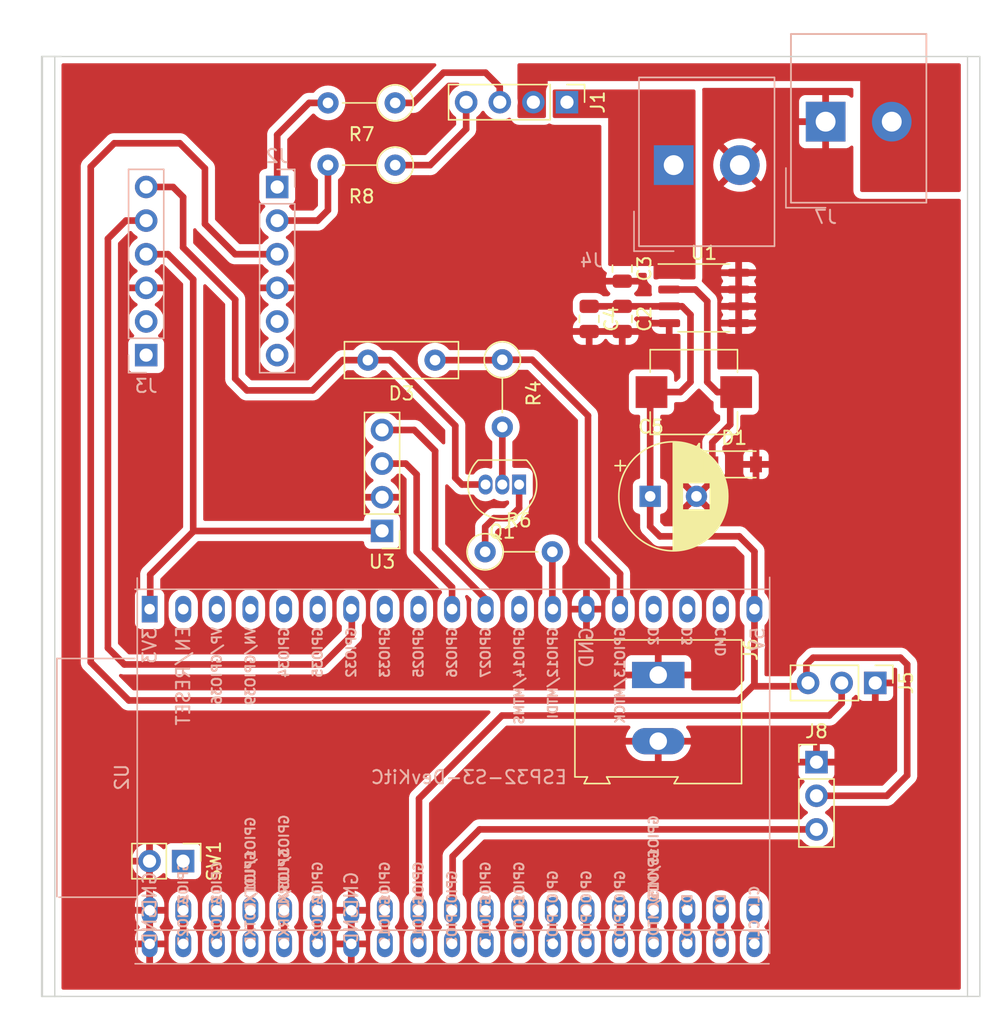
<source format=kicad_pcb>
(kicad_pcb (version 20211014) (generator pcbnew)
  (layers (0 "F.Cu" signal) (31 "B.Cu" signal) (34 "B.Paste" user) (35 "F.Paste" user) (36 "B.SilkS" user "B.Silkscreen") (37 "F.SilkS" user "F.Silkscreen") (38 "B.Mask" user) (39 "F.Mask" user) (44 "Edge.Cuts" user))
  (net 0 "")
  (net 1 "VBUS")
  (net 2 "GND")
  (net 3 "5V")
  (net 4 "Net-(D1-Pad1)")
  (net 5 "GDA_L")
  (net 6 "Rx")
  (net 7 "Tx")
  (net 8 "3V3")
  (net 14 "LV2")
  (net 18 "Net-(J2-Pad1)")
  (net 19 "Net-(J2-Pad2)")
  (net 21 "unconnected-(U2-Pad23)")
  (net 22 "unconnected-(U2-Pad24)")
  (net 23 "unconnected-(U2-Pad25)")
  (net 24 "unconnected-(U2-Pad26)")
  (net 25 "CAB_GROUND")
  (net 26 "unconnected-(U2-Pad27)")
  (net 27 "unconnected-(U2-Pad28)")
  (net 28 "unconnected-(U2-Pad31)")
  (net 29 "SDA")
  (net 30 "unconnected-(U2-Pad34)")
  (net 31 "SCL")
  (net 32 "GDA_H")
  (net 33 "SEL0")
  (net 38 "unconnected-(U2-Pad21)")
  (net 39 "unconnected-(U2-Pad22)")
  (net 40 "unconnected-(U2-Pad35)")
  (net 41 "unconnected-(U2-Pad33)")
  (net 42 "unconnected-(U2-Pad36)")
  (net 43 "CAB_EN")
  (net 44 "CAB_RESET")
  (net 45 "Din")
  (net 49 "Net-(Q1-Pad1)")
  (net 50 "Net-(Q1-Pad2)")
  (footprint "TerminalBlock:TerminalBlock_Altech_AK300-2_P5.00mm" (layer "F.Cu") (at 115.8 93 -90)
    (fp_text reference "J6" (at -1.92 -6.99 90) (layer "F.SilkS"))
    (fp_text value "Conn_01x02_Male")
    (pad "1" thru_hole rect (at 0 0 270) (size 1.98 3.96) (drill 1.32) (layers *.Cu *.Mask) (net 2 "GND"))
    (pad "2" thru_hole oval (at 5 0 270) (size 1.98 3.96) (drill 1.32) (layers *.Cu *.Mask) (net 2 "GND"))
  )
  (footprint "Resistor_THT:R_Axial_DIN0207_L6.3mm_D2.5mm_P5.08mm_Vertical" (layer "F.Cu") (at 95.914 54.483 180)
    (fp_text reference "R8" (at 2.54 -2.37) (layer "F.SilkS"))
    (fp_text value "100")
    (pad "1" thru_hole circle (at 0 0 180) (size 1.6 1.6) (drill 0.8) (layers *.Cu *.Mask) (net 33 "SEL0"))
    (pad "2" thru_hole oval (at 5.08 0 180) (size 1.6 1.6) (drill 0.8) (layers *.Cu *.Mask) (net 19 "Net-(J2-Pad2)"))
  )
  (footprint "Connector_PinHeader_2.54mm:PinHeader_1x03_P2.54mm_Vertical" (layer "F.Cu") (at 127.762 99.583)
    (fp_text reference "J8" (at 0 -2.33) (layer "F.SilkS"))
    (fp_text value "Conn_01x03_Female")
    (pad "1" thru_hole rect (at 0 0) (size 1.7 1.7) (drill 1) (layers *.Cu *.Mask) (net 2 "GND"))
    (pad "2" thru_hole oval (at 0 2.54) (size 1.7 1.7) (drill 1) (layers *.Cu *.Mask) (net 3 "5V"))
    (pad "3" thru_hole oval (at 0 5.08) (size 1.7 1.7) (drill 1) (layers *.Cu *.Mask) (net 43 "CAB_EN"))
  )
  (footprint "Package_TO_SOT_THT:TO-92_Inline" (layer "F.Cu") (at 105.283 78.613 180)
    (fp_text reference "Q1" (at 1.27 -3.56) (layer "F.SilkS"))
    (fp_text value "BC547")
    (pad "1" thru_hole rect (at 0 0 180) (size 1.05 1.5) (drill 0.75) (layers *.Cu *.Mask) (net 49 "Net-(Q1-Pad1)"))
    (pad "2" thru_hole oval (at 1.27 0 180) (size 1.05 1.5) (drill 0.75) (layers *.Cu *.Mask) (net 50 "Net-(Q1-Pad2)"))
    (pad "3" thru_hole oval (at 2.54 0 180) (size 1.05 1.5) (drill 0.75) (layers *.Cu *.Mask) (net 5 "GDA_L"))
  )
  (footprint "Connector_PinHeader_2.54mm:PinHeader_1x02_P2.54mm_Vertical" (layer "F.Cu") (at 79.883 107.061 -90)
    (fp_text reference "SW1" (at 0 -2.33 90) (layer "F.SilkS"))
    (fp_text value "SW_Push")
    (pad "1" thru_hole rect (at 0 0 270) (size 1.7 1.7) (drill 1) (layers *.Cu *.Mask) (net 44 "CAB_RESET"))
    (pad "2" thru_hole oval (at 0 2.54 270) (size 1.7 1.7) (drill 1) (layers *.Cu *.Mask) (net 2 "GND"))
  )
  (footprint "Resistor_THT:R_Axial_DIN0207_L6.3mm_D2.5mm_P5.08mm_Vertical" (layer "F.Cu") (at 104.013 69.186 -90)
    (fp_text reference "R4" (at 2.54 -2.37 90) (layer "F.SilkS"))
    (fp_text value "10k")
    (pad "1" thru_hole circle (at 0 0 270) (size 1.6 1.6) (drill 0.8) (layers *.Cu *.Mask) (net 7 "Tx"))
    (pad "2" thru_hole oval (at 5.08 0 270) (size 1.6 1.6) (drill 0.8) (layers *.Cu *.Mask) (net 50 "Net-(Q1-Pad2)"))
  )
  (footprint "StackCabinet:XLE1509" (layer "F.Cu") (at 119.253 64.516)
    (fp_text reference "U1" (at 0 -3.4) (layer "F.SilkS"))
    (fp_text value "XL1509-5.0")
    (pad "1" smd roundrect (at -2.625 -1.905) (size 1.65 0.6) (layers "F.Cu" "F.Paste" "F.Mask") (net 1 "VBUS"))
    (pad "2" smd roundrect (at -2.625 -0.635) (size 1.65 0.6) (layers "F.Cu" "F.Paste" "F.Mask") (net 4 "Net-(D1-Pad1)"))
    (pad "3" smd roundrect (at -2.625 0.635) (size 1.65 0.6) (layers "F.Cu" "F.Paste" "F.Mask") (net 3 "5V"))
    (pad "4" smd roundrect (at -2.625 1.905) (size 1.65 0.6) (layers "F.Cu" "F.Paste" "F.Mask") (net 2 "GND"))
    (pad "5" smd roundrect (at 2.625 0.635) (size 1.65 0.6) (layers "F.Cu" "F.Paste" "F.Mask") (net 2 "GND"))
    (pad "5" smd roundrect (at 2.625 1.905) (size 1.65 0.6) (layers "F.Cu" "F.Paste" "F.Mask") (net 2 "GND"))
    (pad "5" smd roundrect (at 2.625 -0.635) (size 1.65 0.6) (layers "F.Cu" "F.Paste" "F.Mask") (net 2 "GND"))
    (pad "5" smd roundrect (at 2.625 -1.905) (size 1.65 0.6) (layers "F.Cu" "F.Paste" "F.Mask") (net 2 "GND"))
  )
  (footprint "Connector_PinHeader_2.54mm:PinHeader_1x04_P2.54mm_Vertical" (layer "F.Cu") (at 94.922 82.112 180)
    (fp_text reference "U3" (at 0 -2.33) (layer "F.SilkS"))
    (fp_text value "MPU-6050")
    (pad "1" thru_hole rect (at 0 0 180) (size 1.7 1.7) (drill 1) (layers *.Cu *.Mask) (net 8 "3V3"))
    (pad "2" thru_hole oval (at 0 2.54 180) (size 1.7 1.7) (drill 1) (layers *.Cu *.Mask) (net 2 "GND"))
    (pad "3" thru_hole oval (at 0 5.08 180) (size 1.7 1.7) (drill 1) (layers *.Cu *.Mask) (net 31 "SCL"))
    (pad "4" thru_hole oval (at 0 7.62 180) (size 1.7 1.7) (drill 1) (layers *.Cu *.Mask) (net 29 "SDA"))
  )
  (footprint "Capacitor_SMD:C_0805_2012Metric" (layer "F.Cu") (at 110.577 66.1 -90)
    (fp_text reference "C4" (at 0 -1.68 90) (layer "F.SilkS"))
    (fp_text value "0.1uF")
    (pad "1" smd roundrect (at -0.95 0 270) (size 1 1.45) (layers "F.Cu" "F.Paste" "F.Mask") (net 3 "5V"))
    (pad "2" smd roundrect (at 0.95 0 270) (size 1 1.45) (layers "F.Cu" "F.Paste" "F.Mask") (net 2 "GND"))
  )
  (footprint "Connector_PinHeader_2.54mm:PinHeader_1x03_P2.54mm_Vertical" (layer "F.Cu") (at 132.207 93.599 -90)
    (fp_text reference "J5" (at 0 -2.33 90) (layer "F.SilkS"))
    (fp_text value "Conn_01x03_Female")
    (pad "1" thru_hole rect (at 0 0 270) (size 1.7 1.7) (drill 1) (layers *.Cu *.Mask) (net 2 "GND"))
    (pad "2" thru_hole oval (at 0 2.54 270) (size 1.7 1.7) (drill 1) (layers *.Cu *.Mask) (net 45 "Din"))
    (pad "3" thru_hole oval (at 0 5.08 270) (size 1.7 1.7) (drill 1) (layers *.Cu *.Mask) (net 3 "5V"))
  )
  (footprint "Connector_PinHeader_2.54mm:PinHeader_1x04_P2.54mm_Vertical" (layer "F.Cu") (at 108.9 49.73 -90)
    (fp_text reference "J1" (at 0 -2.33 90) (layer "F.SilkS"))
    (fp_text value "Conn_01x04_Female")
    (pad "1" thru_hole rect (at 0 0 270) (size 1.7 1.7) (drill 1) (layers *.Cu *.Mask) (net 1 "VBUS"))
    (pad "2" thru_hole oval (at 0 2.54 270) (size 1.7 1.7) (drill 1) (layers *.Cu *.Mask) (net 25 "CAB_GROUND"))
    (pad "3" thru_hole oval (at 0 5.08 270) (size 1.7 1.7) (drill 1) (layers *.Cu *.Mask) (net 32 "GDA_H"))
    (pad "4" thru_hole oval (at 0 7.62 270) (size 1.7 1.7) (drill 1) (layers *.Cu *.Mask) (net 33 "SEL0"))
  )
  (footprint "Resistor_THT:R_Box_L8.4mm_W2.5mm_P5.08mm" (layer "F.Cu") (at 98.928 69.215 180)
    (fp_text reference "D3" (at 2.54 -2.52) (layer "F.SilkS"))
    (fp_text value "D")
    (pad "1" thru_hole circle (at 0 0 180) (size 1.6 1.6) (drill 0.8) (layers *.Cu *.Mask) (net 7 "Tx"))
    (pad "2" thru_hole circle (at 5.08 0 180) (size 1.6 1.6) (drill 0.8) (layers *.Cu *.Mask) (net 5 "GDA_L"))
  )
  (footprint "Capacitor_THT:CP_Radial_D8.0mm_P3.50mm" (layer "F.Cu") (at 115.189 79.502)
    (fp_text reference "C5" (at 0.057 -5.25) (layer "F.SilkS"))
    (fp_text value "180uF")
    (pad "1" thru_hole rect (at 0 0) (size 1.6 1.6) (drill 0.8) (layers *.Cu *.Mask) (net 3 "5V"))
    (pad "2" thru_hole circle (at 3.5 0) (size 1.6 1.6) (drill 0.8) (layers *.Cu *.Mask) (net 2 "GND"))
  )
  (footprint "Diode_SMD:D_SOD-123" (layer "F.Cu") (at 121.539 77.089)
    (fp_text reference "D1" (at 0 -2) (layer "F.SilkS"))
    (fp_text value "40V")
    (pad "1" smd rect (at -1.65 0) (size 0.9 1.2) (layers "F.Cu" "F.Paste" "F.Mask") (net 4 "Net-(D1-Pad1)"))
    (pad "2" smd rect (at 1.65 0) (size 0.9 1.2) (layers "F.Cu" "F.Paste" "F.Mask") (net 2 "GND"))
  )
  (footprint "Resistor_THT:R_Axial_DIN0207_L6.3mm_D2.5mm_P5.08mm_Vertical" (layer "F.Cu") (at 95.914 49.784 180)
    (fp_text reference "R7" (at 2.54 -2.37) (layer "F.SilkS"))
    (fp_text value "100")
    (pad "1" thru_hole circle (at 0 0 180) (size 1.6 1.6) (drill 0.8) (layers *.Cu *.Mask) (net 32 "GDA_H"))
    (pad "2" thru_hole oval (at 5.08 0 180) (size 1.6 1.6) (drill 0.8) (layers *.Cu *.Mask) (net 18 "Net-(J2-Pad1)"))
  )
  (footprint "Resistor_THT:R_Axial_DIN0207_L6.3mm_D2.5mm_P5.08mm_Vertical" (layer "F.Cu") (at 102.714 83.693)
    (fp_text reference "R6" (at 2.54 -2.37) (layer "F.SilkS"))
    (fp_text value "100")
    (pad "1" thru_hole circle (at 0 0) (size 1.6 1.6) (drill 0.8) (layers *.Cu *.Mask) (net 49 "Net-(Q1-Pad1)"))
    (pad "2" thru_hole oval (at 5.08 0) (size 1.6 1.6) (drill 0.8) (layers *.Cu *.Mask) (net 6 "Rx"))
  )
  (footprint "Inductor_SMD:L_6.3x6.3_H3" (layer "F.Cu") (at 118.491 71.628 180)
    (fp_text reference "L1" (at 0 -4.45) (layer "F.SilkS"))
    (fp_text value "68uH")
    (pad "1" smd rect (at -3.2 0 180) (size 2.4 2.4) (layers "F.Cu" "F.Paste" "F.Mask") (net 4 "Net-(D1-Pad1)"))
    (pad "2" smd rect (at 3.2 0 180) (size 2.4 2.4) (layers "F.Cu" "F.Paste" "F.Mask") (net 3 "5V"))
  )
  (footprint "Capacitor_SMD:C_0805_2012Metric" (layer "F.Cu") (at 113.077 66.1 -90)
    (fp_text reference "C2" (at 0 -1.68 90) (layer "F.SilkS"))
    (fp_text value "1uF")
    (pad "1" smd roundrect (at -0.95 0 270) (size 1 1.45) (layers "F.Cu" "F.Paste" "F.Mask") (net 3 "5V"))
    (pad "2" smd roundrect (at 0.95 0 270) (size 1 1.45) (layers "F.Cu" "F.Paste" "F.Mask") (net 2 "GND"))
  )
  (footprint "Capacitor_SMD:C_0805_2012Metric" (layer "F.Cu") (at 113.077 62.3 -90)
    (fp_text reference "C3" (at 0 -1.68 90) (layer "F.SilkS"))
    (fp_text value "1uF")
    (pad "1" smd roundrect (at -0.95 0 270) (size 1 1.45) (layers "F.Cu" "F.Paste" "F.Mask") (net 1 "VBUS"))
    (pad "2" smd roundrect (at 0.95 0 270) (size 1 1.45) (layers "F.Cu" "F.Paste" "F.Mask") (net 2 "GND"))
  )
  (footprint "Connector_PinHeader_2.54mm:PinHeader_1x06_P2.54mm_Vertical" (layer "B.Cu") (at 86.995 56.134 180)
    (fp_text reference "J2" (at 0 2.33) (layer "B.SilkS") (effects (justify mirror)))
    (fp_text value "Conn_01x06_Female")
    (pad "1" thru_hole rect (at 0 0 180) (size 1.7 1.7) (drill 1) (layers *.Cu *.Mask) (net 18 "Net-(J2-Pad1)"))
    (pad "2" thru_hole oval (at 0 -2.54 180) (size 1.7 1.7) (drill 1) (layers *.Cu *.Mask) (net 19 "Net-(J2-Pad2)"))
    (pad "3" thru_hole oval (at 0 -5.08 180) (size 1.7 1.7) (drill 1) (layers *.Cu *.Mask) (net 3 "5V"))
    (pad "4" thru_hole oval (at 0 -7.62 180) (size 1.7 1.7) (drill 1) (layers *.Cu *.Mask) (net 2 "GND"))
    (pad "5" thru_hole oval (at 0 -10.16 180) (size 1.7 1.7) (drill 1) (layers *.Cu *.Mask))
    (pad "6" thru_hole oval (at 0 -12.7 180) (size 1.7 1.7) (drill 1) (layers *.Cu *.Mask))
  )
  (footprint "Connector_PinHeader_2.54mm:PinHeader_1x06_P2.54mm_Vertical" (layer "B.Cu") (at 77.089 68.834)
    (fp_text reference "J3" (at 0 2.33) (layer "B.SilkS") (effects (justify mirror)))
    (fp_text value "Conn_01x06_Female")
    (pad "1" thru_hole rect (at 0 0) (size 1.7 1.7) (drill 1) (layers *.Cu *.Mask))
    (pad "2" thru_hole oval (at 0 -2.54) (size 1.7 1.7) (drill 1) (layers *.Cu *.Mask))
    (pad "3" thru_hole oval (at 0 -5.08) (size 1.7 1.7) (drill 1) (layers *.Cu *.Mask) (net 2 "GND"))
    (pad "4" thru_hole oval (at 0 -7.62) (size 1.7 1.7) (drill 1) (layers *.Cu *.Mask) (net 8 "3V3"))
    (pad "5" thru_hole oval (at 0 -10.16) (size 1.7 1.7) (drill 1) (layers *.Cu *.Mask) (net 14 "LV2"))
    (pad "6" thru_hole oval (at 0 -12.7) (size 1.7 1.7) (drill 1) (layers *.Cu *.Mask) (net 5 "GDA_L"))
  )
  (footprint "Espressif:ESP32-DevKitC" (layer "B.Cu") (at 77.35356 88.023402 -90)
    (fp_text reference "U2" (at 12.7 2.1 90) (layer "B.SilkS") (effects (justify mirror)))
    (fp_text value "ESP32-S3-DevKitC" (at 12.7 -24.13 180) (layer "B.SilkS") (effects (justify mirror)))
    (fp_text user "D0" (at 22.979999 -43.18 90 unlocked) (layer "B.SilkS") (effects (font (size 0.7 0.7)) (justify right mirror)))
    (fp_text user "D1" (at 25.52 -40.64 90 unlocked) (layer "B.SilkS") (effects (font (size 0.7 0.7)) (justify right mirror)))
    (fp_text user "D1" (at 22.979999 -40.64 90 unlocked) (layer "B.SilkS") (effects (font (size 0.7 0.7)) (justify right mirror)))
    (fp_text user "GPIO4" (at 25.52 -30.48 90 unlocked) (layer "B.SilkS") (effects (font (size 0.7 0.7)) (justify right mirror)))
    (fp_text user "GPIO23" (at 22.979999 -2.54 90 unlocked) (layer "B.SilkS") (effects (font (size 0.7 0.7)) (justify right mirror)))
    (fp_text user "5V" (at 1.26632 -45.97128 90 unlocked) (layer "B.SilkS") (effects (justify left mirror)))
    (fp_text user "GPIO17" (at 25.52 -25.4 90 unlocked) (layer "B.SilkS") (effects (font (size 0.7 0.7)) (justify right mirror)))
    (fp_text user "D3" (at 1.27 -40.64 90 unlocked) (layer "B.SilkS") (effects (font (size 0.7 0.7)) (justify left mirror)))
    (fp_text user "GPIO25" (at 1.27 -20.32 90 unlocked) (layer "B.SilkS") (effects (font (size 0.7 0.7)) (justify left mirror)))
    (fp_text user "CLK" (at 25.52 -45.72 90 unlocked) (layer "B.SilkS") (effects (font (size 0.7 0.7)) (justify right mirror)))
    (fp_text user "GPIO4" (at 22.979999 -30.48 90 unlocked) (layer "B.SilkS") (effects (font (size 0.7 0.7)) (justify right mirror)))
    (fp_text user "GPIO18" (at 25.52 -20.32 90 unlocked) (layer "B.SilkS") (effects (font (size 0.7 0.7)) (justify right mirror)))
    (fp_text user "GPIO2" (at 22.979999 -35.56 90 unlocked) (layer "B.SilkS") (effects (font (size 0.7 0.7)) (justify right mirror)))
    (fp_text user "GPIO0" (at 25.52 -33.02 90 unlocked) (layer "B.SilkS") (effects (font (size 0.7 0.7)) (justify right mirror)))
    (fp_text user "GPIO22" (at 25.52 -5.08 90 unlocked) (layer "B.SilkS") (effects (font (size 0.7 0.7)) (justify right mirror)))
    (fp_text user "GND" (at 22.979999 0 90 unlocked) (layer "B.SilkS") (effects (justify right mirror)))
    (fp_text user "GPIO19" (at 25.52 -17.78 90 unlocked) (layer "B.SilkS") (effects (font (size 0.7 0.7)) (justify right mirror)))
    (fp_text user "GPIO5" (at 22.979999 -22.86 90 unlocked) (layer "B.SilkS") (effects (font (size 0.7 0.7)) (justify right mirror)))
    (fp_text user "GND" (at 25.52 -15.24 90 unlocked) (layer "B.SilkS") (effects (justify right mirror)))
    (fp_text user "CMD" (at 1.27 -43.18 90 unlocked) (layer "B.SilkS") (effects (font (size 0.7 0.7)) (justify left mirror)))
    (fp_text user "GPIO16" (at 25.52 -27.94 90 unlocked) (layer "B.SilkS") (effects (font (size 0.7 0.7)) (justify right mirror)))
    (fp_text user "GPIO3/U0RXD" (at 25.52 -10.16 90 unlocked) (layer "B.SilkS") (effects (font (size 0.7 0.7)) (justify right mirror)))
    (fp_text user "GPIO17" (at 22.979999 -25.4 90 unlocked) (layer "B.SilkS") (effects (font (size 0.7 0.7)) (justify right mirror)))
    (fp_text user "GPIO35" (at 1.27 -12.7 90 unlocked) (layer "B.SilkS") (effects (font (size 0.7 0.7)) (justify left mirror)))
    (fp_text user "GPIO27" (at 1.27 -25.4 90 unlocked) (layer "B.SilkS") (effects (font (size 0.7 0.7)) (justify left mirror)))
    (fp_text user "VN/GPIO39" (at 1.27 -7.62 90 unlocked) (layer "B.SilkS") (effects (font (size 0.7 0.7)) (justify left mirror)))
    (fp_text user "GPIO15/MTDO" (at 25.52 -38.1 90 unlocked) (layer "B.SilkS") (effects (font (size 0.7 0.7)) (justify right mirror)))
    (fp_text user "GPIO21" (at 22.979999 -12.7 90 unlocked) (layer "B.SilkS") (effects (font (size 0.7 0.7)) (justify right mirror)))
    (fp_text user "GPIO18" (at 22.979999 -20.32 90 unlocked) (layer "B.SilkS") (effects (font (size 0.7 0.7)) (justify right mirror)))
    (fp_text user "GPIO13/MTCK" (at 1.27 -35.56 90 unlocked) (layer "B.SilkS") (effects (font (size 0.7 0.7)) (justify left mirror)))
    (fp_text user "GPIO12/MTDI" (at 1.27 -30.48 90 unlocked) (layer "B.SilkS") (effects (font (size 0.7 0.7)) (justify left mirror)))
    (fp_text user "GPIO2" (at 25.52 -35.56 90 unlocked) (layer "B.SilkS") (effects (font (size 0.7 0.7)) (justify right mirror)))
    (fp_text user "GPIO32" (at 1.27 -15.24 90 unlocked) (layer "B.SilkS") (effects (font (size 0.7 0.7)) (justify left mirror)))
    (fp_text user "GPIO1/U0TXD" (at 22.979999 -7.62 90 unlocked) (layer "B.SilkS") (effects (font (size 0.7 0.7)) (justify right mirror)))
    (fp_text user "GPIO26" (at 1.27 -22.86 90 unlocked) (layer "B.SilkS") (effects (font (size 0.7 0.7)) (justify left mirror)))
    (fp_text user "GPIO19" (at 22.979999 -17.78 90 unlocked) (layer "B.SilkS") (effects (font (size 0.7 0.7)) (justify right mirror)))
    (fp_text user "GPIO15/MTDO" (at 22.979999 -38.1 90 unlocked) (layer "B.SilkS") (effects (font (size 0.7 0.7)) (justify right mirror)))
    (fp_text user "GPIO34" (at 1.27 -10.16 90 unlocked) (layer "B.SilkS") (effects (font (size 0.7 0.7)) (justify left mirror)))
    (fp_text user "GPIO5" (at 25.52 -22.86 90 unlocked) (layer "B.SilkS") (effects (font (size 0.7 0.7)) (justify right mirror)))
    (fp_text user "VP/GPIO36" (at 1.27 -5.08 90 unlocked) (layer "B.SilkS") (effects (font (size 0.7 0.7)) (justify left mirror)))
    (fp_text user "D2" (at 1.27 -38.1 90 unlocked) (layer "B.SilkS") (effects (font (size 0.7 0.7)) (justify left mirror)))
    (fp_text user "GPIO0" (at 22.979999 -33.02 90 unlocked) (layer "B.SilkS") (effects (font (size 0.7 0.7)) (justify right mirror)))
    (fp_text user "GPIO21" (at 25.52 -12.7 90 unlocked) (layer "B.SilkS") (effects (font (size 0.7 0.7)) (justify right mirror)))
    (fp_text user "GPIO14/MTMS" (at 1.27 -27.94 90 unlocked) (layer "B.SilkS") (effects (font (size 0.7 0.7)) (justify left mirror)))
    (fp_text user "EN/RESET" (at 8.88632 -2.53728 90 unlocked) (layer "B.SilkS") (effects (justify right mirror)))
    (fp_text user "GPIO23" (at 25.52 -2.54 90 unlocked) (layer "B.SilkS") (effects (font (size 0.7 0.7)) (justify right mirror)))
    (fp_text user "GPIO33" (at 1.27 -17.78 90 unlocked) (layer "B.SilkS") (effects (font (size 0.7 0.7)) (justify left mirror)))
    (fp_text user "D0" (at 25.52 -43.18 90 unlocked) (layer "B.SilkS") (effects (font (size 0.7 0.7)) (justify right mirror)))
    (fp_text user "GPIO3/U0RXD" (at 22.979999 -10.16 90 unlocked) (layer "B.SilkS") (effects (font (size 0.7 0.7)) (justify right mirror)))
    (fp_text user "GPIO22" (at 22.979999 -5.08 90 unlocked) (layer "B.SilkS") (effects (font (size 0.7 0.7)) (justify right mirror)))
    (fp_text user "GND" (at 1.27 -33.02 90 unlocked) (layer "B.SilkS") (effects (justify left mirror)))
    (fp_text user "3V3" (at 1.27 0 90 unlocked) (layer "B.SilkS") (effects (justify left mirror)))
    (fp_text user "GPIO16" (at 22.979999 -27.94 90 unlocked) (layer "B.SilkS") (effects (font (size 0.7 0.7)) (justify right mirror)))
    (fp_text user "GND" (at 22.979999 -15.24 90 unlocked) (layer "B.SilkS") (effects (justify right mirror)))
    (fp_text user "GPIO1/U0TXD" (at 25.52 -7.62 90 unlocked) (layer "B.SilkS") (effects (font (size 0.7 0.7)) (justify right mirror)))
    (fp_text user "CLK" (at 22.979999 -45.72 90 unlocked) (layer "B.SilkS") (effects (font (size 0.7 0.7)) (justify right mirror)))
    (fp_text user "GND" (at 25.52 0 90 unlocked) (layer "B.SilkS") (effects (justify right mirror)))
    (pad "1" thru_hole rect (at 0 0) (size 1.2 2) (drill 0.8) (layers *.Cu *.Mask) (net 8 "3V3"))
    (pad "2" thru_hole oval (at 0 -2.54) (size 1.2 2) (drill 0.8) (layers *.Cu *.Mask))
    (pad "3" thru_hole oval (at 0 -5.08) (size 1.2 2) (drill 0.8) (layers *.Cu *.Mask))
    (pad "4" thru_hole oval (at 0 -7.62) (size 1.2 2) (drill 0.8) (layers *.Cu *.Mask))
    (pad "5" thru_hole oval (at 0 -10.16) (size 1.2 2) (drill 0.8) (layers *.Cu *.Mask))
    (pad "6" thru_hole oval (at 0 -12.7) (size 1.2 2) (drill 0.8) (layers *.Cu *.Mask))
    (pad "7" thru_hole oval (at 0 -15.24) (size 1.2 2) (drill 0.8) (layers *.Cu *.Mask) (net 14 "LV2"))
    (pad "8" thru_hole oval (at 0 -17.78) (size 1.2 2) (drill 0.8) (layers *.Cu *.Mask))
    (pad "9" thru_hole oval (at 0 -20.32) (size 1.2 2) (drill 0.8) (layers *.Cu *.Mask))
    (pad "10" thru_hole oval (at 0 -22.86) (size 1.2 2) (drill 0.8) (layers *.Cu *.Mask) (net 31 "SCL"))
    (pad "11" thru_hole oval (at 0 -25.4) (size 1.2 2) (drill 0.8) (layers *.Cu *.Mask) (net 29 "SDA"))
    (pad "12" thru_hole oval (at 0 -27.94) (size 1.2 2) (drill 0.8) (layers *.Cu *.Mask))
    (pad "13" thru_hole oval (at 0 -30.48) (size 1.2 2) (drill 0.8) (layers *.Cu *.Mask) (net 6 "Rx"))
    (pad "14" thru_hole oval (at 0 -33.02) (size 1.2 2) (drill 0.8) (layers *.Cu *.Mask) (net 2 "GND"))
    (pad "15" thru_hole oval (at 0 -35.56) (size 1.2 2) (drill 0.8) (layers *.Cu *.Mask) (net 7 "Tx"))
    (pad "16" thru_hole oval (at 0 -38.1) (size 1.2 2) (drill 0.8) (layers *.Cu *.Mask))
    (pad "17" thru_hole oval (at 0 -40.64) (size 1.2 2) (drill 0.8) (layers *.Cu *.Mask))
    (pad "18" thru_hole oval (at 0 -43.18) (size 1.2 2) (drill 0.8) (layers *.Cu *.Mask))
    (pad "19" thru_hole oval (at 0 -45.72) (size 1.2 2) (drill 0.8) (layers *.Cu *.Mask) (net 3 "5V"))
    (pad "20" thru_hole oval (at 22.74632 -45.71728) (size 1.2 2) (drill 0.8) (layers *.Cu *.Mask))
    (pad "20" thru_hole oval (at 25.286321 -45.71728) (size 1.2 2) (drill 0.8) (layers *.Cu *.Mask))
    (pad "21" thru_hole oval (at 22.74632 -43.17728) (size 1.2 2) (drill 0.8) (layers *.Cu *.Mask) (net 38 "unconnected-(U2-Pad21)"))
    (pad "21" thru_hole oval (at 25.286321 -43.17728) (size 1.2 2) (drill 0.8) (layers *.Cu *.Mask) (net 38 "unconnected-(U2-Pad21)"))
    (pad "22" thru_hole oval (at 22.75 -40.64) (size 1.2 2) (drill 0.8) (layers *.Cu *.Mask) (net 39 "unconnected-(U2-Pad22)"))
    (pad "22" thru_hole oval (at 25.290001 -40.64) (size 1.2 2) (drill 0.8) (layers *.Cu *.Mask) (net 39 "unconnected-(U2-Pad22)"))
    (pad "23" thru_hole oval (at 25.290001 -38.1) (size 1.2 2) (drill 0.8) (layers *.Cu *.Mask) (net 21 "unconnected-(U2-Pad23)"))
    (pad "23" thru_hole oval (at 22.75 -38.1) (size 1.2 2) (drill 0.8) (layers *.Cu *.Mask) (net 21 "unconnected-(U2-Pad23)"))
    (pad "24" thru_hole oval (at 22.75 -35.56) (size 1.2 2) (drill 0.8) (layers *.Cu *.Mask) (net 22 "unconnected-(U2-Pad24)"))
    (pad "24" thru_hole oval (at 25.290001 -35.56) (size 1.2 2) (drill 0.8) (layers *.Cu *.Mask) (net 22 "unconnected-(U2-Pad24)"))
    (pad "25" thru_hole oval (at 25.290001 -33.02) (size 1.2 2) (drill 0.8) (layers *.Cu *.Mask) (net 23 "unconnected-(U2-Pad25)"))
    (pad "25" thru_hole oval (at 22.75 -33.02) (size 1.2 2) (drill 0.8) (layers *.Cu *.Mask) (net 23 "unconnected-(U2-Pad25)"))
    (pad "26" thru_hole oval (at 25.290001 -30.48) (size 1.2 2) (drill 0.8) (layers *.Cu *.Mask) (net 24 "unconnected-(U2-Pad26)"))
    (pad "26" thru_hole oval (at 22.75 -30.48) (size 1.2 2) (drill 0.8) (layers *.Cu *.Mask) (net 24 "unconnected-(U2-Pad26)"))
    (pad "27" thru_hole oval (at 25.290001 -27.94) (size 1.2 2) (drill 0.8) (layers *.Cu *.Mask) (net 26 "unconnected-(U2-Pad27)"))
    (pad "27" thru_hole oval (at 22.75 -27.94) (size 1.2 2) (drill 0.8) (layers *.Cu *.Mask) (net 26 "unconnected-(U2-Pad27)"))
    (pad "28" thru_hole oval (at 25.290001 -25.4) (size 1.2 2) (drill 0.8) (layers *.Cu *.Mask) (net 27 "unconnected-(U2-Pad28)"))
    (pad "28" thru_hole oval (at 22.75 -25.4) (size 1.2 2) (drill 0.8) (layers *.Cu *.Mask) (net 27 "unconnected-(U2-Pad28)"))
    (pad "29" thru_hole oval (at 22.75 -22.86) (size 1.2 2) (drill 0.8) (layers *.Cu *.Mask) (net 43 "CAB_EN"))
    (pad "29" thru_hole oval (at 25.290001 -22.86) (size 1.2 2) (drill 0.8) (layers *.Cu *.Mask) (net 43 "CAB_EN"))
    (pad "30" thru_hole oval (at 22.75 -20.32) (size 1.2 2) (drill 0.8) (layers *.Cu *.Mask) (net 45 "Din"))
    (pad "30" thru_hole oval (at 25.290001 -20.32) (size 1.2 2) (drill 0.8) (layers *.Cu *.Mask) (net 45 "Din"))
    (pad "31" thru_hole oval (at 22.75 -17.78) (size 1.2 2) (drill 0.8) (layers *.Cu *.Mask) (net 28 "unconnected-(U2-Pad31)"))
    (pad "31" thru_hole oval (at 25.290001 -17.78) (size 1.2 2) (drill 0.8) (layers *.Cu *.Mask) (net 28 "unconnected-(U2-Pad31)"))
    (pad "32" thru_hole oval (at 25.290001 -15.24) (size 1.2 2) (drill 0.8) (layers *.Cu *.Mask) (net 2 "GND"))
    (pad "32" thru_hole oval (at 22.75 -15.24) (size 1.2 2) (drill 0.8) (layers *.Cu *.Mask) (net 2 "GND"))
    (pad "33" thru_hole oval (at 25.290001 -12.7) (size 1.2 2) (drill 0.8) (layers *.Cu *.Mask) (net 41 "unconnected-(U2-Pad33)"))
    (pad "33" thru_hole oval (at 22.75 -12.7) (size 1.2 2) (drill 0.8) (layers *.Cu *.Mask) (net 41 "unconnected-(U2-Pad33)"))
    (pad "34" thru_hole oval (at 25.290001 -10.16) (size 1.2 2) (drill 0.8) (layers *.Cu *.Mask) (net 30 "unconnected-(U2-Pad34)"))
    (pad "34" thru_hole oval (at 22.75 -10.16) (size 1.2 2) (drill 0.8) (layers *.Cu *.Mask) (net 30 "unconnected-(U2-Pad34)"))
    (pad "35" thru_hole oval (at 22.75 -7.62) (size 1.2 2) (drill 0.8) (layers *.Cu *.Mask) (net 40 "unconnected-(U2-Pad35)"))
    (pad "35" thru_hole oval (at 25.290001 -7.62) (size 1.2 2) (drill 0.8) (layers *.Cu *.Mask) (net 40 "unconnected-(U2-Pad35)"))
    (pad "36" thru_hole oval (at 25.290001 -5.08) (size 1.2 2) (drill 0.8) (layers *.Cu *.Mask) (net 42 "unconnected-(U2-Pad36)"))
    (pad "36" thru_hole oval (at 22.75 -5.08) (size 1.2 2) (drill 0.8) (layers *.Cu *.Mask) (net 42 "unconnected-(U2-Pad36)"))
    (pad "37" thru_hole oval (at 22.75 -2.54) (size 1.2 2) (drill 0.8) (layers *.Cu *.Mask) (net 44 "CAB_RESET"))
    (pad "37" thru_hole oval (at 25.290001 -2.54) (size 1.2 2) (drill 0.8) (layers *.Cu *.Mask) (net 44 "CAB_RESET"))
    (pad "38" thru_hole oval (at 22.75 0) (size 1.2 2) (drill 0.8) (layers *.Cu *.Mask) (net 2 "GND"))
    (pad "38" thru_hole oval (at 25.290001 0) (size 1.2 2) (drill 0.8) (layers *.Cu *.Mask) (net 2 "GND"))
  )
  (footprint "TerminalBlock_Altech:Altech_AK300_1x02_P5.00mm_45-Degree" (layer "B.Cu") (at 116.967 54.483)
    (fp_text reference "J4" (at -6.223 7.2) (layer "B.SilkS") (effects (justify mirror)))
    (fp_text value "Screw_Terminal_01x02")
    (pad "1" thru_hole rect (at 0 0) (size 3 3) (drill 1.5) (layers *.Cu *.Mask) (net 1 "VBUS"))
    (pad "2" thru_hole circle (at 5 0) (size 3 3) (drill 1.5) (layers *.Cu *.Mask) (net 2 "GND"))
  )
  (footprint "TerminalBlock_Altech:Altech_AK300_1x02_P5.00mm_45-Degree" (layer "B.Cu") (at 128.4525 51.2005)
    (fp_text reference "J7" (at 0 7.2) (layer "B.SilkS") (effects (justify mirror)))
    (fp_text value "Conn_01x02_Female")
    (pad "1" thru_hole rect (at 0 0) (size 3 3) (drill 1.5) (layers *.Cu *.Mask) (net 2 "GND"))
    (pad "2" thru_hole circle (at 5 0) (size 3 3) (drill 1.5) (layers *.Cu *.Mask) (net 25 "CAB_GROUND"))
  )
  (gr_line (start 69.18 117.28) (end 70.68 117.28) (layer "Edge.Cuts") (width 0.1))
  (gr_line (start 70.18 46.28) (end 69.247675 46.28) (layer "Edge.Cuts") (width 0.1))
  (gr_line (start 140.112325 117.28) (end 140.112325 46.28) (layer "Edge.Cuts") (width 0.1))
  (gr_line (start 69.247675 117.28) (end 70.18 117.28) (layer "Edge.Cuts") (width 0.1))
  (gr_line (start 70.68 46.28) (end 69.18 46.28) (layer "Edge.Cuts") (width 0.1))
  (gr_line (start 139.18 46.28) (end 70.18 46.28) (layer "Edge.Cuts") (width 0.1))
  (gr_line (start 69.18 46.28) (end 69.18 117.28) (layer "Edge.Cuts") (width 0.1))
  (gr_line (start 70.18 117.28) (end 70.18 46.28) (layer "Edge.Cuts") (width 0.1))
  (gr_line (start 139.18 117.28) (end 140.112325 117.28) (layer "Edge.Cuts") (width 0.1))
  (gr_line (start 140.112325 46.28) (end 139.18 46.28) (layer "Edge.Cuts") (width 0.1))
  (gr_line (start 70.18 117.28) (end 139.18 117.28) (layer "Edge.Cuts") (width 0.1))
  (gr_line (start 139.18 46.28) (end 139.18 117.28) (layer "Edge.Cuts") (width 0.1))
  (gr_line (start 69.247675 46.28) (end 69.247675 117.28) (layer "Edge.Cuts") (width 0.1))
  (segment (start 92.59356 110.773402) (end 92.59356 113.313403) (width 0.5) (layer "F.Cu") (net 2))
  (segment (start 77.35356 110.773402) (end 77.35356 113.313403) (width 0.5) (layer "F.Cu") (net 2))
  (segment (start 110.577 65.15) (end 113.077 65.15) (width 0.5) (layer "F.Cu") (net 3))
  (segment (start 127.508 91.694) (end 134.112 91.694) (width 0.5) (layer "F.Cu") (net 3))
  (segment (start 72.9 54.608) (end 74.676 52.832) (width 0.5) (layer "F.Cu") (net 3))
  (segment (start 127 93.472) (end 127 92.202) (width 0.5) (layer "F.Cu") (net 3))
  (segment (start 118.237 70.866) (end 118.237 65.786) (width 0.5) (layer "F.Cu") (net 3))
  (segment (start 113.077 65.15) (end 116.627 65.15) (width 0.5) (layer "F.Cu") (net 3))
  (segment (start 115.9256 82.5246) (end 121.92 82.5246) (width 0.5) (layer "F.Cu") (net 3))
  (segment (start 133.081 102.123) (end 127.762 102.123) (width 0.5) (layer "F.Cu") (net 3))
  (segment (start 123.07356 93.82156) (end 123.07356 88.023402) (width 0.5) (layer "F.Cu") (net 3))
  (segment (start 123.07356 83.67816) (end 123.07356 88.023402) (width 0.5) (layer "F.Cu") (net 3))
  (segment (start 117.602 65.151) (end 116.628 65.151) (width 0.5) (layer "F.Cu") (net 3))
  (segment (start 75.78 94.92) (end 72.9 92.04) (width 0.5) (layer "F.Cu") (net 3))
  (segment (start 83.82 61.214) (end 86.995 61.214) (width 0.5) (layer "F.Cu") (net 3))
  (segment (start 127.127 93.599) (end 127 93.472) (width 0.5) (layer "F.Cu") (net 3))
  (segment (start 123.11656 90.79344) (end 123.063 90.847) (width 0.5) (layer "F.Cu") (net 3))
  (segment (start 118.237 65.786) (end 117.602 65.151) (width 0.5) (layer "F.Cu") (net 3))
  (segment (start 123.063 90.847) (end 123.063 93.726) (width 0.5) (layer "F.Cu") (net 3))
  (segment (start 115.189 79.502) (end 115.189 71.628) (width 0.5) (layer "F.Cu") (net 3))
  (segment (start 126.873 93.853) (end 123.105 93.853) (width 0.5) (layer "F.Cu") (net 3))
  (segment (start 121.869 94.92) (end 75.78 94.92) (width 0.5) (layer "F.Cu") (net 3))
  (segment (start 117.475 71.628) (end 118.237 70.866) (width 0.5) (layer "F.Cu") (net 3))
  (segment (start 134.112 91.694) (end 134.62 92.202) (width 0.5) (layer "F.Cu") (net 3))
  (segment (start 123.063 93.726) (end 121.869 94.92) (width 0.5) (layer "F.Cu") (net 3))
  (segment (start 115.189 79.502) (end 115.189 81.788) (width 0.5) (layer "F.Cu") (net 3))
  (segment (start 81.534 58.928) (end 83.82 61.214) (width 0.5) (layer "F.Cu") (net 3))
  (segment (start 127.127 93.599) (end 126.873 93.853) (width 0.5) (layer "F.Cu") (net 3))
  (segment (start 123.063 88.012842) (end 123.07356 88.023402) (width 0.5) (layer "F.Cu") (net 3))
  (segment (start 81.534 54.737) (end 81.534 58.928) (width 0.5) (layer "F.Cu") (net 3))
  (segment (start 115.189 71.628) (end 117.475 71.628) (width 0.5) (layer "F.Cu") (net 3))
  (segment (start 134.62 100.584) (end 133.081 102.123) (width 0.5) (layer "F.Cu") (net 3))
  (segment (start 116.627 65.15) (end 116.628 65.151) (width 0.5) (layer "F.Cu") (net 3))
  (segment (start 79.629 52.832) (end 81.534 54.737) (width 0.5) (layer "F.Cu") (net 3))
  (segment (start 127 92.202) (end 127.508 91.694) (width 0.5) (layer "F.Cu") (net 3))
  (segment (start 123.105 93.853) (end 123.07356 93.82156) (width 0.5) (layer "F.Cu") (net 3))
  (segment (start 121.92 82.5246) (end 123.07356 83.67816) (width 0.5) (layer "F.Cu") (net 3))
  (segment (start 134.62 92.202) (end 134.62 100.584) (width 0.5) (layer "F.Cu") (net 3))
  (segment (start 74.676 52.832) (end 79.629 52.832) (width 0.5) (layer "F.Cu") (net 3))
  (segment (start 123.147349 87.269211) (end 123.11656 87.3) (width 0.5) (layer "F.Cu") (net 3))
  (segment (start 115.189 81.788) (end 115.9256 82.5246) (width 0.5) (layer "F.Cu") (net 3))
  (segment (start 72.9 92.04) (end 72.9 54.608) (width 0.5) (layer "F.Cu") (net 3))
  (segment (start 121.241 74.085) (end 119.889 75.437) (width 0.5) (layer "F.Cu") (net 4))
  (segment (start 119.889 75.437) (end 119.889 77.089) (width 0.5) (layer "F.Cu") (net 4))
  (segment (start 116.628 63.881) (end 118.618 63.881) (width 0.5) (layer "F.Cu") (net 4))
  (segment (start 121.263 71.65) (end 121.241 71.628) (width 0.5) (layer "F.Cu") (net 4))
  (segment (start 118.618 63.881) (end 119.507 64.77) (width 0.5) (layer "F.Cu") (net 4))
  (segment (start 121.241 71.628) (end 121.241 74.085) (width 0.5) (layer "F.Cu") (net 4))
  (segment (start 119.507 70.866) (end 120.269 71.628) (width 0.5) (layer "F.Cu") (net 4))
  (segment (start 119.507 64.77) (end 119.507 70.866) (width 0.5) (layer "F.Cu") (net 4))
  (segment (start 120.269 71.628) (end 121.241 71.628) (width 0.5) (layer "F.Cu") (net 4))
  (segment (start 91.948 69.215) (end 93.848 69.215) (width 0.5) (layer "F.Cu") (net 5))
  (segment (start 83.82 70.612) (end 84.709 71.501) (width 0.5) (layer "F.Cu") (net 5))
  (segment (start 79.883 56.896) (end 79.883 60.706) (width 0.5) (layer "F.Cu") (net 5))
  (segment (start 93.848 69.215) (end 95.504 69.215) (width 0.5) (layer "F.Cu") (net 5))
  (segment (start 79.883 60.706) (end 83.82 64.643) (width 0.5) (layer "F.Cu") (net 5))
  (segment (start 100.457 78.105) (end 100.965 78.613) (width 0.5) (layer "F.Cu") (net 5))
  (segment (start 100.965 78.613) (end 102.743 78.613) (width 0.5) (layer "F.Cu") (net 5))
  (segment (start 77.089 56.134) (end 79.121 56.134) (width 0.5) (layer "F.Cu") (net 5))
  (segment (start 79.121 56.134) (end 79.883 56.896) (width 0.5) (layer "F.Cu") (net 5))
  (segment (start 84.709 71.501) (end 89.662 71.501) (width 0.5) (layer "F.Cu") (net 5))
  (segment (start 100.457 74.168) (end 100.457 78.105) (width 0.5) (layer "F.Cu") (net 5))
  (segment (start 83.82 64.643) (end 83.82 70.612) (width 0.5) (layer "F.Cu") (net 5))
  (segment (start 95.504 69.215) (end 100.457 74.168) (width 0.5) (layer "F.Cu") (net 5))
  (segment (start 89.662 71.501) (end 91.948 69.215) (width 0.5) (layer "F.Cu") (net 5))
  (segment (start 107.794 83.693) (end 107.794 87.983842) (width 0.5) (layer "F.Cu") (net 6))
  (segment (start 107.794 87.983842) (end 107.83356 88.023402) (width 0.5) (layer "F.Cu") (net 6))
  (segment (start 110.49 73.406) (end 110.49 82.931) (width 0.5) (layer "F.Cu") (net 7))
  (segment (start 104.013 69.186) (end 106.27 69.186) (width 0.5) (layer "F.Cu") (net 7))
  (segment (start 98.928 69.215) (end 103.857 69.215) (width 0.5) (layer "F.Cu") (net 7))
  (segment (start 112.91356 85.35456) (end 112.91356 88.023402) (width 0.5) (layer "F.Cu") (net 7))
  (segment (start 106.27 69.186) (end 110.49 73.406) (width 0.5) (layer "F.Cu") (net 7))
  (segment (start 110.49 82.931) (end 112.91356 85.35456) (width 0.5) (layer "F.Cu") (net 7))
  (segment (start 103.857 69.215) (end 103.886 69.186) (width 0.5) (layer "F.Cu") (net 7))
  (segment (start 80.645 63.119) (end 78.74 61.214) (width 0.5) (layer "F.Cu") (net 8))
  (segment (start 94.912 82.122) (end 94.922 82.112) (width 0.5) (layer "F.Cu") (net 8))
  (segment (start 77.39656 87.3) (end 77.39656 85.41744) (width 0.5) (layer "F.Cu") (net 8))
  (segment (start 78.74 61.214) (end 77.089 61.214) (width 0.5) (layer "F.Cu") (net 8))
  (segment (start 77.39656 85.41744) (end 80.645 82.169) (width 0.5) (layer "F.Cu") (net 8))
  (segment (start 80.645 82.169) (end 80.645 63.119) (width 0.5) (layer "F.Cu") (net 8))
  (segment (start 80.692 82.122) (end 94.912 82.122) (width 0.5) (layer "F.Cu") (net 8))
  (segment (start 80.645 82.169) (end 80.692 82.122) (width 0.5) (layer "F.Cu") (net 8))
  (segment (start 90.424 92.202) (end 75.438 92.202) (width 0.5) (layer "F.Cu") (net 14))
  (segment (start 75.565 58.674) (end 77.089 58.674) (width 0.5) (layer "F.Cu") (net 14))
  (segment (start 75.438 92.202) (end 74.2 90.964) (width 0.5) (layer "F.Cu") (net 14))
  (segment (start 92.63656 87.3) (end 92.63656 89.98944) (width 0.5) (layer "F.Cu") (net 14))
  (segment (start 74.2 90.964) (end 74.2 60.039) (width 0.5) (layer "F.Cu") (net 14))
  (segment (start 74.2 60.039) (end 75.565 58.674) (width 0.5) (layer "F.Cu") (net 14))
  (segment (start 92.63656 89.98944) (end 90.424 92.202) (width 0.5) (layer "F.Cu") (net 14))
  (segment (start 86.995 56.134) (end 86.995 52.197) (width 0.5) (layer "F.Cu") (net 18))
  (segment (start 86.995 52.197) (end 89.408 49.784) (width 0.5) (layer "F.Cu") (net 18))
  (segment (start 89.408 49.784) (end 90.834 49.784) (width 0.5) (layer "F.Cu") (net 18))
  (segment (start 86.995 58.674) (end 90.043 58.674) (width 0.5) (layer "F.Cu") (net 19))
  (segment (start 90.834 57.883) (end 90.834 54.483) (width 0.5) (layer "F.Cu") (net 19))
  (segment (start 90.043 58.674) (end 90.834 57.883) (width 0.5) (layer "F.Cu") (net 19))
  (segment (start 115.45356 110.773402) (end 115.45356 113.313403) (width 0.5) (layer "F.Cu") (net 21))
  (segment (start 112.91356 110.773402) (end 112.91356 113.313403) (width 0.5) (layer "F.Cu") (net 22))
  (segment (start 110.37356 110.773402) (end 110.37356 113.313403) (width 0.5) (layer "F.Cu") (net 23))
  (segment (start 107.83356 110.773402) (end 107.83356 113.313403) (width 0.5) (layer "F.Cu") (net 24))
  (segment (start 105.29356 110.773402) (end 105.29356 113.313403) (width 0.5) (layer "F.Cu") (net 26))
  (segment (start 102.75356 110.773402) (end 102.75356 113.313403) (width 0.5) (layer "F.Cu") (net 27))
  (segment (start 95.13356 110.773402) (end 95.13356 113.313403) (width 0.5) (layer "F.Cu") (net 28))
  (segment (start 97.352 74.492) (end 94.922 74.492) (width 0.5) (layer "F.Cu") (net 29))
  (segment (start 102.75356 88.023402) (end 102.75356 87.25956) (width 0.5) (layer "F.Cu") (net 29))
  (segment (start 98.933 76.073) (end 97.352 74.492) (width 0.5) (layer "F.Cu") (net 29))
  (segment (start 98.933 83.439) (end 98.933 76.073) (width 0.5) (layer "F.Cu") (net 29))
  (segment (start 102.75356 87.25956) (end 98.933 83.439) (width 0.5) (layer "F.Cu") (net 29))
  (segment (start 87.51356 110.773402) (end 87.51356 113.313403) (width 0.5) (layer "F.Cu") (net 30))
  (segment (start 100.21356 86.37056) (end 97.536 83.693) (width 0.5) (layer "F.Cu") (net 31))
  (segment (start 97.536 83.693) (end 97.536 77.851) (width 0.5) (layer "F.Cu") (net 31))
  (segment (start 100.21356 88.023402) (end 100.21356 86.37056) (width 0.5) (layer "F.Cu") (net 31))
  (segment (start 97.536 77.851) (end 96.717 77.032) (width 0.5) (layer "F.Cu") (net 31))
  (segment (start 96.717 77.032) (end 94.922 77.032) (width 0.5) (layer "F.Cu") (net 31))
  (segment (start 97.282 49.784) (end 95.914 49.784) (width 0.5) (layer "F.Cu") (net 32))
  (segment (start 102.743 47.498) (end 99.568 47.498) (width 0.5) (layer "F.Cu") (net 32))
  (segment (start 99.568 47.498) (end 97.282 49.784) (width 0.5) (layer "F.Cu") (net 32))
  (segment (start 103.82 48.575) (end 102.743 47.498) (width 0.5) (layer "F.Cu") (net 32))
  (segment (start 103.82 49.73) (end 103.82 48.575) (width 0.5) (layer "F.Cu") (net 32))
  (segment (start 95.914 54.483) (end 98.552 54.483) (width 0.5) (layer "F.Cu") (net 33))
  (segment (start 101.28 51.755) (end 101.28 49.73) (width 0.5) (layer "F.Cu") (net 33))
  (segment (start 98.552 54.483) (end 101.28 51.755) (width 0.5) (layer "F.Cu") (net 33))
  (segment (start 120.53084 110.769722) (end 120.53084 113.309723) (width 0.5) (layer "F.Cu") (net 38))
  (segment (start 117.99356 110.773402) (end 117.99356 113.313403) (width 0.5) (layer "F.Cu") (net 39))
  (segment (start 84.97356 110.773402) (end 84.97356 113.313403) (width 0.5) (layer "F.Cu") (net 40))
  (segment (start 90.05356 110.773402) (end 90.05356 113.313403) (width 0.5) (layer "F.Cu") (net 41))
  (segment (start 82.43356 110.773402) (end 82.43356 113.313403) (width 0.5) (layer "F.Cu") (net 42))
  (segment (start 100.25656 106.70264) (end 100.25656 110.05) (width 0.5) (layer "F.Cu") (net 43))
  (segment (start 127.762 104.663) (end 102.2962 104.663) (width 0.5) (layer "F.Cu") (net 43))
  (segment (start 102.2962 104.663) (end 100.25656 106.70264) (width 0.5) (layer "F.Cu") (net 43))
  (segment (start 100.21356 110.773402) (end 100.21356 113.313403) (width 0.5) (layer "F.Cu") (net 43))
  (segment (start 79.89356 110.773402) (end 79.89356 113.313403) (width 0.5) (layer "F.Cu") (net 44))
  (segment (start 97.71656 102.33384) (end 97.71656 110.05) (width 0.5) (layer "F.Cu") (net 45))
  (segment (start 128.7272 96.0628) (end 103.9876 96.0628) (width 0.5) (layer "F.Cu") (net 45))
  (segment (start 129.667 95.123) (end 128.7272 96.0628) (width 0.5) (layer "F.Cu") (net 45))
  (segment (start 97.67356 110.773402) (end 97.67356 113.313403) (width 0.5) (layer "F.Cu") (net 45))
  (segment (start 103.9876 96.0628) (end 97.71656 102.33384) (width 0.5) (layer "F.Cu") (net 45))
  (segment (start 129.667 93.599) (end 129.667 95.123) (width 0.5) (layer "F.Cu") (net 45))
  (segment (start 102.743 83.664) (end 102.714 83.693) (width 0.5) (layer "F.Cu") (net 49))
  (segment (start 103.378 81.153) (end 102.714 81.817) (width 0.5) (layer "F.Cu") (net 49))
  (segment (start 104.521 81.153) (end 103.378 81.153) (width 0.5) (layer "F.Cu") (net 49))
  (segment (start 105.283 80.391) (end 104.521 81.153) (width 0.5) (layer "F.Cu") (net 49))
  (segment (start 102.714 81.817) (end 102.714 83.693) (width 0.5) (layer "F.Cu") (net 49))
  (segment (start 105.283 78.613) (end 105.283 80.391) (width 0.5) (layer "F.Cu") (net 49))
  (segment (start 102.616 83.595) (end 102.714 83.693) (width 0.5) (layer "F.Cu") (net 49))
  (segment (start 104.013 74.266) (end 104.013 78.719) (width 0.5) (layer "F.Cu") (net 50))
  (zone (net 2) (net_name "GND") (layer "F.Cu") (connect_pads (clearance 0.508)) (min_thickness 0.254) (fill yes (thermal_gap 0.508) (thermal_bridge_width 0.508))
    (polygon (pts (xy 142.24 119.38) (xy 66.04 119.38) (xy 66.04 43.18) (xy 142.24 43.18)))
  )
  (zone (net 25) (net_name "CAB_GROUND") (layer "F.Cu") (priority 1) (connect_pads yes (clearance 0.508)) (min_thickness 0.254) (fill yes (thermal_gap 0.508) (thermal_bridge_width 0.508))
    (polygon (pts (xy 140.208 56.515) (xy 131.064 56.515) (xy 131.064 48.133) (xy 107.442 48.133) (xy 107.442 50.927) (xy 105.156 50.927) (xy 105.156 45.72) (xy 140.208 45.72)))
  )
  (zone (net 1) (net_name "VBUS") (layer "F.Cu") (priority 2) (connect_pads yes (clearance 0.508)) (min_thickness 0.254) (fill yes (thermal_gap 0.508) (thermal_bridge_width 0.508))
    (polygon (pts (xy 118.618 63.119) (xy 115.443 63.119) (xy 115.443 62.103) (xy 112.014 62.103) (xy 112.014 50.927) (xy 107.823 50.927) (xy 107.823 48.768) (xy 118.618 48.768)))
  )
)
</source>
